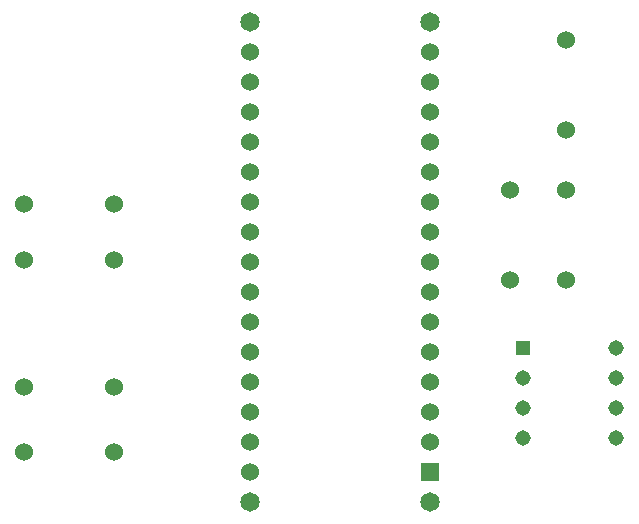
<source format=gbr>
%TF.GenerationSoftware,Altium Limited,Altium Designer,23.9.2 (47)*%
G04 Layer_Color=255*
%FSLAX45Y45*%
%MOMM*%
%TF.SameCoordinates,069DA617-DDAF-4FD6-95A1-D134820B9D42*%
%TF.FilePolarity,Positive*%
%TF.FileFunction,Pads,Top*%
%TF.Part,Single*%
G01*
G75*
%TA.AperFunction,ComponentPad*%
%ADD11C,1.65100*%
%ADD12C,1.52400*%
%ADD13R,1.52400X1.52400*%
%ADD14C,1.30800*%
%ADD15R,1.30800X1.30800*%
D11*
X3974999Y4214002D02*
D03*
X2450999D02*
D03*
Y150002D02*
D03*
X3974999D02*
D03*
D12*
X2450999Y404002D02*
D03*
Y658002D02*
D03*
Y912002D02*
D03*
Y1166002D02*
D03*
Y1420002D02*
D03*
Y1674002D02*
D03*
Y1928002D02*
D03*
Y2182002D02*
D03*
Y2436002D02*
D03*
Y2690002D02*
D03*
Y2944002D02*
D03*
Y3198002D02*
D03*
Y3452002D02*
D03*
Y3706002D02*
D03*
Y3960002D02*
D03*
X3974999D02*
D03*
Y3706002D02*
D03*
Y3452002D02*
D03*
Y3198002D02*
D03*
Y2944002D02*
D03*
Y2690002D02*
D03*
Y2436002D02*
D03*
Y2182002D02*
D03*
Y1928002D02*
D03*
Y1674002D02*
D03*
Y1420002D02*
D03*
Y1166002D02*
D03*
Y912002D02*
D03*
Y658002D02*
D03*
X4649998Y2787000D02*
D03*
Y2025000D02*
D03*
X5125000Y4061999D02*
D03*
Y3299999D02*
D03*
Y2025000D02*
D03*
Y2787000D02*
D03*
X1300003Y1124997D02*
D03*
X538003D02*
D03*
X1299998Y2675001D02*
D03*
X537998D02*
D03*
Y2200001D02*
D03*
X1299998D02*
D03*
Y575000D02*
D03*
X537998D02*
D03*
D13*
X3974999Y404002D02*
D03*
D14*
X4763004Y942000D02*
D03*
Y1196000D02*
D03*
Y688000D02*
D03*
X5550003D02*
D03*
Y1450000D02*
D03*
Y942000D02*
D03*
Y1196000D02*
D03*
D15*
X4763004Y1450000D02*
D03*
%TF.MD5,3debba77504c9e118d8c4be8aeeca1e9*%
M02*

</source>
